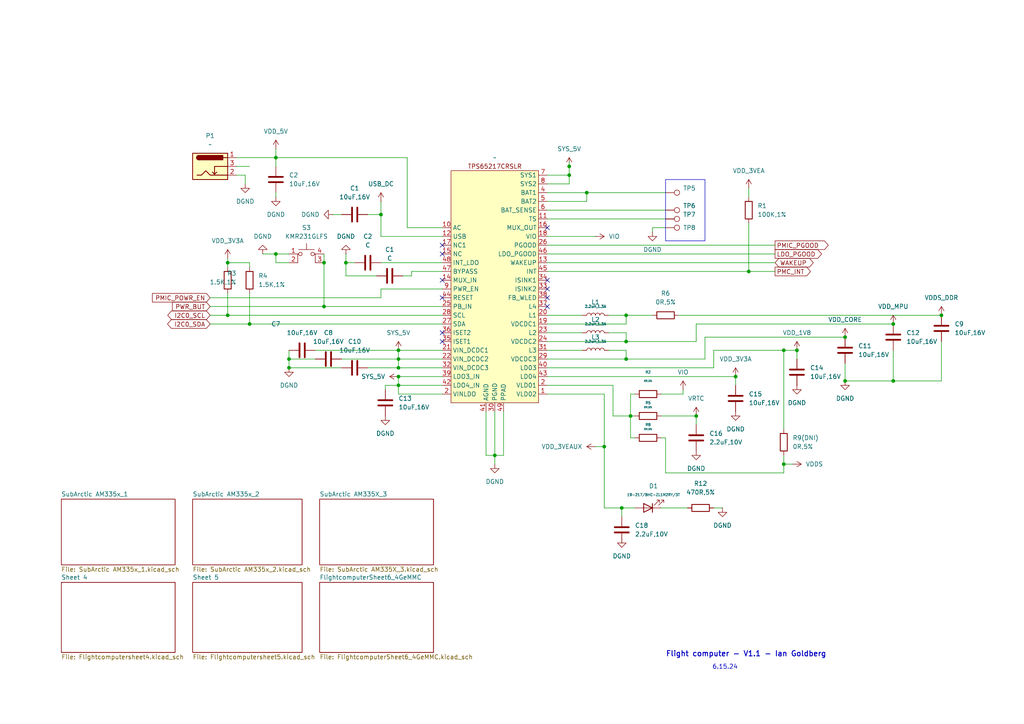
<source format=kicad_sch>
(kicad_sch (version 20231120) (generator "eeschema") (generator_version "8.0")
  (paper "A4")
  (lib_symbols
    (symbol "Connector:Barrel_Jack_Switch" (pin_names hide)
      (property "Reference" "J" (at 0 5.334 0))
      (property "Value" "Barrel_Jack_Switch" (at 0 -5.08 0))
      (symbol "Barrel_Jack_Switch_0_1"
        (rectangle (start -5.08 3.81) (end 5.08 -3.81) (stroke (width 0.254)) (fill (type background)))
        (arc (start -3.302 3.175) (mid -3.9343 2.54) (end -3.302 1.905) (stroke (width 0.254)))
        (arc (start -3.302 3.175) (mid -3.9343 2.54) (end -3.302 1.905) (stroke (width 0.254)) (fill (type outline)))
        (polyline (pts (xy 1.27 -2.286) (xy 1.905 -1.651)) (stroke (width 0.254)))
        (polyline (pts (xy 5.08 2.54) (xy 3.81 2.54)) (stroke (width 0.254)))
        (polyline (pts (xy 5.08 0) (xy 1.27 0) (xy 1.27 -2.286) (xy 0.635 -1.651)) (stroke (width 0.254)))
        (polyline (pts (xy -3.81 -2.54) (xy -2.54 -2.54) (xy -1.27 -1.27) (xy 0 -2.54) (xy 2.54 -2.54) (xy 5.08 -2.54)) (stroke (width 0.254)))
        (rectangle (start 3.683 3.175) (end -3.302 1.905) (stroke (width 0.254)) (fill (type outline)))
      )
      (symbol "Barrel_Jack_Switch_1_1"
        (pin passive line (at 7.62 2.54 180) (length 2.54) (name "~") (number "1"))
        (pin passive line (at 7.62 -2.54 180) (length 2.54) (name "~") (number "2"))
        (pin passive line (at 7.62 0 180) (length 2.54) (name "~") (number "3"))
      )
    )
    (symbol "Connector:TestPoint" (pin_numbers hide) (pin_names (offset 0.762) hide)
      (property "Reference" "TP" (at 0 6.858 0))
      (property "Value" "TestPoint" (at 0 5.08 0))
      (symbol "TestPoint_0_1"
        (circle (center 0 3.302) (radius 0.762))
      )
      (symbol "TestPoint_1_1"
        (pin passive line (at 0 0 90) (length 2.54) (name "1") (number "1"))
      )
    )
    (symbol "Device:C" (pin_numbers hide) (pin_names (offset 0.254))
      (property "Reference" "C" (at 0.635 2.54 0))
      (property "Value" "C" (at 0.635 -2.54 0))
      (symbol "C_0_1"
        (polyline (pts (xy -2.032 -0.762) (xy 2.032 -0.762)) (stroke (width 0.508)))
        (polyline (pts (xy -2.032 0.762) (xy 2.032 0.762)) (stroke (width 0.508)))
      )
      (symbol "C_1_1"
        (pin passive line (at 0 3.81 270) (length 2.794) (name "~") (number "1"))
        (pin passive line (at 0 -3.81 90) (length 2.794) (name "~") (number "2"))
      )
    )
    (symbol "Device:L" (pin_numbers hide) (pin_names (offset 1.016) hide)
      (property "Reference" "L" (at -1.27 0 90))
      (property "Value" "L" (at 1.905 0 90))
      (symbol "L_0_1"
        (arc (start 0 -2.54) (mid 0.6323 -1.905) (end 0 -1.27))
        (arc (start 0 -1.27) (mid 0.6323 -0.635) (end 0 0))
        (arc (start 0 0) (mid 0.6323 0.635) (end 0 1.27))
        (arc (start 0 1.27) (mid 0.6323 1.905) (end 0 2.54))
      )
      (symbol "L_1_1"
        (pin passive line (at 0 3.81 270) (length 1.27) (name "1") (number "1"))
        (pin passive line (at 0 -3.81 90) (length 1.27) (name "2") (number "2"))
      )
    )
    (symbol "Device:LED" (pin_numbers hide) (pin_names (offset 1.016) hide)
      (property "Reference" "D" (at 0 2.54 0))
      (property "Value" "LED" (at 0 -2.54 0))
      (symbol "LED_0_1"
        (polyline (pts (xy -1.27 -1.27) (xy -1.27 1.27)) (stroke (width 0.254)))
        (polyline (pts (xy -1.27 0) (xy 1.27 0)))
        (polyline (pts (xy 1.27 -1.27) (xy 1.27 1.27) (xy -1.27 0) (xy 1.27 -1.27)) (stroke (width 0.254)))
        (polyline (pts (xy -3.048 -0.762) (xy -4.572 -2.286) (xy -3.81 -2.286) (xy -4.572 -2.286) (xy -4.572 -1.524)))
        (polyline (pts (xy -1.778 -0.762) (xy -3.302 -2.286) (xy -2.54 -2.286) (xy -3.302 -2.286) (xy -3.302 -1.524)))
      )
      (symbol "LED_1_1"
        (pin passive line (at -3.81 0 0) (length 2.54) (name "K") (number "1"))
        (pin passive line (at 3.81 0 180) (length 2.54) (name "A") (number "2"))
      )
    )
    (symbol "Device:R" (pin_numbers hide) (pin_names (offset 0))
      (property "Reference" "R" (at 2.032 0 90))
      (property "Value" "R" (at 0 0 90))
      (symbol "R_0_1"
        (rectangle (start -1.016 -2.54) (end 1.016 2.54) (stroke (width 0.254)))
      )
      (symbol "R_1_1"
        (pin passive line (at 0 3.81 270) (length 1.27) (name "~") (number "1"))
        (pin passive line (at 0 -3.81 90) (length 1.27) (name "~") (number "2"))
      )
    )
    (symbol "Switch:SW_MEC_5E" (pin_names (offset 1.016) hide)
      (property "Reference" "SW" (at 0.635 5.715 0))
      (property "Value" "SW_MEC_5E" (at 0 -3.175 0))
      (symbol "SW_MEC_5E_0_1"
        (circle (center -1.778 2.54) (radius 0.508))
        (polyline (pts (xy -2.286 3.81) (xy 2.286 3.81)))
        (polyline (pts (xy 0 3.81) (xy 0 5.588)))
        (polyline (pts (xy -2.54 0) (xy -2.54 2.54) (xy -2.286 2.54)))
        (polyline (pts (xy 2.54 0) (xy 2.54 2.54) (xy 2.286 2.54)))
        (circle (center 1.778 2.54) (radius 0.508))
        (pin passive line (at -5.08 2.54 0) (length 2.54) (name "1") (number "1"))
        (pin passive line (at -5.08 0 0) (length 2.54) (name "2") (number "2"))
        (pin passive line (at 5.08 0 180) (length 2.54) (name "K") (number "3"))
        (pin passive line (at 5.08 2.54 180) (length 2.54) (name "A") (number "4"))
      )
    )
    (symbol "power:GND" (power) (pin_numbers hide) (pin_names (offset 0) hide)
      (property "Value" "DGND" (at 0 -5.08 0))
      (symbol "GND_0_1"
        (polyline (pts (xy 0 0) (xy 0 -1.27) (xy 1.27 -1.27) (xy 0 -2.54) (xy -1.27 -1.27) (xy 0 -1.27)))
      )
      (symbol "GND_1_1"
        (pin power_in line (at 0 0 270) (length 0) (name "~") (number "1"))
      )
    )
    (symbol "power:VCC" (power) (pin_numbers hide) (pin_names (offset 0) hide)
      (property "Value" "VCC" (at 0 3.556 0))
      (symbol "VCC_0_1"
        (polyline (pts (xy -0.762 1.27) (xy 0 2.54)))
        (polyline (pts (xy 0 0) (xy 0 2.54)))
        (polyline (pts (xy 0 2.54) (xy 0.762 1.27)))
      )
      (symbol "VCC_1_1"
        (pin power_in line (at 0 0 90) (length 0) (name "~") (number "1"))
      )
    )
    (symbol "power:VDD" (power) (pin_numbers hide) (pin_names (offset 0) hide)
      (property "Value" "VDD" (at 0 3.556 0))
      (symbol "VDD_0_1"
        (polyline (pts (xy -0.762 1.27) (xy 0 2.54)))
        (polyline (pts (xy 0 0) (xy 0 2.54)))
        (polyline (pts (xy 0 2.54) (xy 0.762 1.27)))
      )
      (symbol "VDD_1_1"
        (pin power_in line (at 0 0 90) (length 0) (name "~") (number "1"))
      )
    )
    (symbol "powermanagementchip:TPS65217CRSLR"
      (property "Reference" "U1" (at 9.525 -5.08 0))
      (property "Value" "~" (at 9.525 -6.35 0))
      (symbol "TPS65217CRSLR_1_1"
        (rectangle (start 2.54 67.31) (end 27.94 0) (fill (type color) (color 255 255 194 1)))
        (text "TPS65217CRSLR\n" (at 15.24 68.58 0) (effects (font (size 1.27 1.27))))
        (pin input line (at 30.48 2.54 180) (length 2.54) (name "VLD02") (number "1"))
        (pin input line (at 0 50.8 0) (length 2.54) (name "AC") (number "10"))
        (pin input line (at 30.48 53.34 180) (length 2.54) (name "TS") (number "11"))
        (pin input line (at 0 48.26 0) (length 2.54) (name "USB") (number "12"))
        (pin input line (at 30.48 40.64 180) (length 2.54) (name "WAKEUP") (number "13"))
        (pin input line (at 0 35.56 0) (length 2.54) (name "MUX_IN") (number "14"))
        (pin input line (at 0 43.18 0) (length 2.54) (name "NC") (number "15"))
        (pin input line (at 30.48 50.8 180) (length 2.54) (name "MUX_OUT") (number "16"))
        (pin input line (at 0 45.72 0) (length 2.54) (name "NC1") (number "17"))
        (pin input line (at 30.48 48.26 180) (length 2.54) (name "VIO") (number "18"))
        (pin input line (at 30.48 22.86 180) (length 2.54) (name "VDCDC1") (number "19"))
        (pin input line (at 0 2.54 0) (length 2.54) (name "VINLDO") (number "2"))
        (pin input line (at 30.48 5.08 180) (length 2.54) (name "VLD01") (number "2"))
        (pin input line (at 30.48 25.4 180) (length 2.54) (name "L1") (number "20"))
        (pin input line (at 0 15.24 0) (length 2.54) (name "VIN_DCDC1") (number "21"))
        (pin input line (at 0 12.7 0) (length 2.54) (name "VIN_DCDC2") (number "22"))
        (pin input line (at 30.48 20.32 180) (length 2.54) (name "L2") (number "23"))
        (pin input line (at 30.48 17.78 180) (length 2.54) (name "VDCDC2") (number "24"))
        (pin input line (at 0 27.94 0) (length 2.54) (name "PB_IN") (number "25"))
        (pin input line (at 30.48 45.72 180) (length 2.54) (name "PGOOD") (number "26"))
        (pin input line (at 0 22.86 0) (length 2.54) (name "SDA") (number "27"))
        (pin input line (at 0 25.4 0) (length 2.54) (name "SCL") (number "28"))
        (pin input line (at 30.48 12.7 180) (length 2.54) (name "VDCDC3") (number "29"))
        (pin input line (at 15.24 -2.54 90) (length 2.54) (name "PGND") (number "30"))
        (pin input line (at 30.48 15.24 180) (length 2.54) (name "L3") (number "31"))
        (pin input line (at 0 10.16 0) (length 2.54) (name "VIN_DCDC3") (number "32"))
        (pin input line (at 30.48 33.02 180) (length 2.54) (name "ISINK2") (number "33"))
        (pin input line (at 30.48 35.56 180) (length 2.54) (name "ISINK1") (number "34"))
        (pin input line (at 0 17.78 0) (length 2.54) (name "ISET1") (number "35"))
        (pin input line (at 0 20.32 0) (length 2.54) (name "ISET2") (number "36"))
        (pin input line (at 30.48 27.94 180) (length 2.54) (name "L4") (number "37"))
        (pin input line (at 30.48 30.48 180) (length 2.54) (name "FB_WLED") (number "38"))
        (pin input line (at 0 7.62 0) (length 2.54) (name "LDO3_IN") (number "39"))
        (pin input line (at 30.48 60.96 180) (length 2.54) (name "BAT1") (number "4"))
        (pin input line (at 30.48 10.16 180) (length 2.54) (name "LD03") (number "40"))
        (pin input line (at 12.7 -2.54 90) (length 2.54) (name "AGND") (number "41"))
        (pin input line (at 0 5.08 0) (length 2.54) (name "LDO4_IN") (number "42"))
        (pin input line (at 30.48 7.62 180) (length 2.54) (name "LD04") (number "43"))
        (pin input line (at 0 30.48 0) (length 2.54) (name "RESET") (number "44"))
        (pin input line (at 30.48 38.1 180) (length 2.54) (name "INT") (number "45"))
        (pin input line (at 30.48 43.18 180) (length 2.54) (name "LDO_PGOOD") (number "46"))
        (pin input line (at 0 38.1 0) (length 2.54) (name "BYPASS") (number "47"))
        (pin input line (at 0 40.64 0) (length 2.54) (name "INT_LDO") (number "48"))
        (pin input line (at 17.78 -2.54 90) (length 2.54) (name "PPAD") (number "49"))
        (pin input line (at 30.48 58.42 180) (length 2.54) (name "BAT2") (number "5"))
        (pin input line (at 30.48 55.88 180) (length 2.54) (name "BAT_SENSE") (number "6"))
        (pin input line (at 30.48 66.04 180) (length 2.54) (name "SYS1") (number "7"))
        (pin input line (at 30.48 63.5 180) (length 2.54) (name "SYS2") (number "8"))
        (pin input line (at 0 33.02 0) (length 2.54) (name "PWR_EN") (number "9"))
      )
    )
  )
  (junction (at 245.11 110.49))
  (junction (at 245.11 97.79))
  (junction (at 201.93 120.65))
  (junction (at 231.14 101.6))
  (junction (at 259.08 110.49))
  (junction (at 80.01 45.72))
  (junction (at 83.82 106.68))
  (junction (at 181.61 91.44))
  (junction (at 182.88 120.65))
  (junction (at 181.61 99.06))
  (junction (at 227.33 134.62))
  (junction (at 213.36 109.22))
  (junction (at 273.05 91.44))
  (junction (at 115.57 101.6))
  (junction (at 115.57 111.76))
  (junction (at 110.49 62.23))
  (junction (at 165.1 48.26))
  (junction (at 66.04 91.44))
  (junction (at 165.1 50.8))
  (junction (at 175.26 129.54))
  (junction (at 83.82 104.14))
  (junction (at 115.57 106.68))
  (junction (at 66.04 76.2))
  (junction (at 170.18 55.88))
  (junction (at 93.98 76.2))
  (junction (at 80.01 73.66))
  (junction (at 181.61 104.14))
  (junction (at 217.17 78.74))
  (junction (at 72.39 93.98))
  (junction (at 259.08 93.98))
  (junction (at 115.57 109.22))
  (junction (at 100.33 76.2))
  (junction (at 115.57 104.14))
  (junction (at 143.51 132.08))
  (junction (at 93.98 88.9))
  (junction (at 227.33 101.6))
  (junction (at 180.34 147.32))
  (no_connect (at 128.27 71.12))
  (no_connect (at 158.75 88.9))
  (no_connect (at 158.75 81.28))
  (no_connect (at 158.75 83.82))
  (no_connect (at 128.27 96.52))
  (no_connect (at 128.27 73.66))
  (no_connect (at 128.27 99.06))
  (no_connect (at 128.27 86.36))
  (no_connect (at 128.27 81.28))
  (no_connect (at 158.75 66.04))
  (no_connect (at 158.75 86.36))
  (wire (pts (xy 158.75 106.68) (xy 207.01 106.68)))
  (wire (pts (xy 180.34 147.32) (xy 184.15 147.32)))
  (wire (pts (xy 72.39 76.2) (xy 66.04 76.2)))
  (wire (pts (xy 111.76 111.76) (xy 111.76 113.03)))
  (wire (pts (xy 100.33 76.2) (xy 102.87 76.2)))
  (wire (pts (xy 227.33 101.6) (xy 227.33 124.46)))
  (wire (pts (xy 182.88 120.65) (xy 184.15 120.65)))
  (wire (pts (xy 259.08 110.49) (xy 273.05 110.49)))
  (wire (pts (xy 83.82 104.14) (xy 91.44 104.14)))
  (wire (pts (xy 180.34 147.32) (xy 180.34 149.86)))
  (wire (pts (xy 93.98 88.9) (xy 128.27 88.9)))
  (wire (pts (xy 181.61 91.44) (xy 189.23 91.44)))
  (wire (pts (xy 231.14 101.6) (xy 231.14 104.14)))
  (wire (pts (xy 80.01 76.2) (xy 80.01 73.66)))
  (wire (pts (xy 158.75 91.44) (xy 168.91 91.44)))
  (wire (pts (xy 158.75 78.74) (xy 217.17 78.74)))
  (wire (pts (xy 196.85 91.44) (xy 273.05 91.44)))
  (wire (pts (xy 110.49 62.23) (xy 110.49 68.58)))
  (wire (pts (xy 99.06 106.68) (xy 83.82 106.68)))
  (wire (pts (xy 158.75 104.14) (xy 181.61 104.14)))
  (wire (pts (xy 191.77 114.3) (xy 198.12 114.3)))
  (wire (pts (xy 143.51 119.38) (xy 143.51 132.08)))
  (wire (pts (xy 66.04 76.2) (xy 66.04 77.47)))
  (wire (pts (xy 191.77 120.65) (xy 201.93 120.65)))
  (wire (pts (xy 158.75 99.06) (xy 181.61 99.06)))
  (wire (pts (xy 177.8 111.76) (xy 177.8 120.65)))
  (wire (pts (xy 80.01 43.18) (xy 80.01 45.72)))
  (wire (pts (xy 83.82 76.2) (xy 80.01 76.2)))
  (wire (pts (xy 227.33 134.62) (xy 229.87 134.62)))
  (wire (pts (xy 60.96 86.36) (xy 110.49 86.36)))
  (wire (pts (xy 66.04 74.93) (xy 66.04 76.2)))
  (wire (pts (xy 181.61 104.14) (xy 204.47 104.14)))
  (wire (pts (xy 207.01 106.68) (xy 207.01 101.6)))
  (wire (pts (xy 93.98 73.66) (xy 93.98 76.2)))
  (wire (pts (xy 106.68 62.23) (xy 110.49 62.23)))
  (wire (pts (xy 165.1 50.8) (xy 165.1 53.34)))
  (wire (pts (xy 217.17 78.74) (xy 224.79 78.74)))
  (wire (pts (xy 204.47 97.79) (xy 245.11 97.79)))
  (wire (pts (xy 115.57 104.14) (xy 128.27 104.14)))
  (wire (pts (xy 170.18 55.88) (xy 193.04 55.88)))
  (wire (pts (xy 201.93 93.98) (xy 259.08 93.98)))
  (wire (pts (xy 259.08 101.6) (xy 259.08 110.49)))
  (wire (pts (xy 128.27 78.74) (xy 119.38 78.74)))
  (wire (pts (xy 146.05 119.38) (xy 146.05 132.08)))
  (wire (pts (xy 189.23 66.04) (xy 189.23 67.31)))
  (wire (pts (xy 158.75 58.42) (xy 170.18 58.42)))
  (wire (pts (xy 165.1 48.26) (xy 165.1 50.8)))
  (wire (pts (xy 273.05 99.06) (xy 273.05 110.49)))
  (wire (pts (xy 72.39 77.47) (xy 72.39 76.2)))
  (wire (pts (xy 158.75 96.52) (xy 168.91 96.52)))
  (wire (pts (xy 60.96 91.44) (xy 66.04 91.44)))
  (wire (pts (xy 106.68 106.68) (xy 115.57 106.68)))
  (wire (pts (xy 204.47 104.14) (xy 204.47 97.79)))
  (wire (pts (xy 119.38 78.74) (xy 119.38 80.01)))
  (wire (pts (xy 217.17 54.61) (xy 217.17 57.15)))
  (wire (pts (xy 201.93 120.65) (xy 201.93 123.19)))
  (wire (pts (xy 207.01 101.6) (xy 227.33 101.6)))
  (wire (pts (xy 158.75 55.88) (xy 170.18 55.88)))
  (wire (pts (xy 80.01 73.66) (xy 83.82 73.66)))
  (wire (pts (xy 128.27 66.04) (xy 118.11 66.04)))
  (wire (pts (xy 68.58 45.72) (xy 80.01 45.72)))
  (wire (pts (xy 227.33 134.62) (xy 227.33 137.16)))
  (wire (pts (xy 227.33 101.6) (xy 231.14 101.6)))
  (wire (pts (xy 245.11 105.41) (xy 245.11 110.49)))
  (wire (pts (xy 165.1 46.99) (xy 165.1 48.26)))
  (wire (pts (xy 72.39 85.09) (xy 72.39 93.98)))
  (wire (pts (xy 217.17 64.77) (xy 217.17 78.74)))
  (wire (pts (xy 158.75 53.34) (xy 165.1 53.34)))
  (wire (pts (xy 115.57 104.14) (xy 115.57 106.68)))
  (wire (pts (xy 110.49 83.82) (xy 128.27 83.82)))
  (wire (pts (xy 115.57 109.22) (xy 115.57 111.76)))
  (wire (pts (xy 207.01 147.32) (xy 209.55 147.32)))
  (wire (pts (xy 158.75 68.58) (xy 172.72 68.58)))
  (wire (pts (xy 181.61 99.06) (xy 201.93 99.06)))
  (wire (pts (xy 245.11 110.49) (xy 259.08 110.49)))
  (wire (pts (xy 176.53 91.44) (xy 181.61 91.44)))
  (wire (pts (xy 109.22 80.01) (xy 100.33 80.01)))
  (wire (pts (xy 158.75 60.96) (xy 193.04 60.96)))
  (wire (pts (xy 158.75 76.2) (xy 224.79 76.2)))
  (wire (pts (xy 180.34 157.48) (xy 180.34 156.21)))
  (wire (pts (xy 115.57 106.68) (xy 128.27 106.68)))
  (wire (pts (xy 198.12 113.03) (xy 198.12 114.3)))
  (wire (pts (xy 181.61 99.06) (xy 181.61 96.52)))
  (wire (pts (xy 93.98 76.2) (xy 93.98 88.9)))
  (wire (pts (xy 175.26 129.54) (xy 175.26 147.32)))
  (wire (pts (xy 193.04 66.04) (xy 189.23 66.04)))
  (wire (pts (xy 158.75 109.22) (xy 213.36 109.22)))
  (wire (pts (xy 83.82 101.6) (xy 83.82 104.14)))
  (wire (pts (xy 128.27 68.58) (xy 110.49 68.58)))
  (wire (pts (xy 72.39 93.98) (xy 128.27 93.98)))
  (wire (pts (xy 60.96 88.9) (xy 93.98 88.9)))
  (wire (pts (xy 181.61 104.14) (xy 181.61 101.6)))
  (wire (pts (xy 118.11 45.72) (xy 80.01 45.72)))
  (wire (pts (xy 213.36 109.22) (xy 213.36 111.76)))
  (wire (pts (xy 176.53 96.52) (xy 181.61 96.52)))
  (wire (pts (xy 175.26 114.3) (xy 175.26 129.54)))
  (wire (pts (xy 175.26 147.32) (xy 180.34 147.32)))
  (wire (pts (xy 110.49 76.2) (xy 128.27 76.2)))
  (wire (pts (xy 227.33 132.08) (xy 227.33 134.62)))
  (wire (pts (xy 158.75 101.6) (xy 168.91 101.6)))
  (wire (pts (xy 60.96 93.98) (xy 72.39 93.98)))
  (wire (pts (xy 110.49 58.42) (xy 110.49 62.23)))
  (wire (pts (xy 83.82 104.14) (xy 83.82 106.68)))
  (wire (pts (xy 115.57 114.3) (xy 128.27 114.3)))
  (wire (pts (xy 182.88 114.3) (xy 184.15 114.3)))
  (wire (pts (xy 115.57 101.6) (xy 128.27 101.6)))
  (wire (pts (xy 182.88 127) (xy 182.88 120.65)))
  (wire (pts (xy 191.77 147.32) (xy 199.39 147.32)))
  (wire (pts (xy 140.97 132.08) (xy 140.97 119.38)))
  (wire (pts (xy 115.57 101.6) (xy 115.57 104.14)))
  (wire (pts (xy 99.06 104.14) (xy 115.57 104.14)))
  (wire (pts (xy 158.75 71.12) (xy 224.79 71.12)))
  (wire (pts (xy 158.75 111.76) (xy 177.8 111.76)))
  (wire (pts (xy 110.49 86.36) (xy 110.49 83.82)))
  (wire (pts (xy 201.93 99.06) (xy 201.93 93.98)))
  (wire (pts (xy 177.8 120.65) (xy 182.88 120.65)))
  (wire (pts (xy 66.04 85.09) (xy 66.04 91.44)))
  (wire (pts (xy 116.84 80.01) (xy 119.38 80.01)))
  (wire (pts (xy 193.04 127) (xy 193.04 137.16)))
  (wire (pts (xy 115.57 111.76) (xy 111.76 111.76)))
  (wire (pts (xy 71.12 50.8) (xy 71.12 53.34)))
  (wire (pts (xy 100.33 73.66) (xy 100.33 76.2)))
  (wire (pts (xy 118.11 66.04) (xy 118.11 45.72)))
  (wire (pts (xy 115.57 111.76) (xy 128.27 111.76)))
  (wire (pts (xy 158.75 93.98) (xy 181.61 93.98)))
  (wire (pts (xy 115.57 111.76) (xy 115.57 114.3)))
  (wire (pts (xy 80.01 45.72) (xy 80.01 48.26)))
  (wire (pts (xy 100.33 80.01) (xy 100.33 76.2)))
  (wire (pts (xy 80.01 55.88) (xy 80.01 57.15)))
  (wire (pts (xy 68.58 50.8) (xy 71.12 50.8)))
  (wire (pts (xy 193.04 127) (xy 191.77 127)))
  (wire (pts (xy 182.88 120.65) (xy 182.88 114.3)))
  (wire (pts (xy 181.61 93.98) (xy 181.61 91.44)))
  (wire (pts (xy 193.04 137.16) (xy 227.33 137.16)))
  (wire (pts (xy 176.53 101.6) (xy 181.61 101.6)))
  (wire (pts (xy 158.75 50.8) (xy 165.1 50.8)))
  (wire (pts (xy 76.2 73.66) (xy 80.01 73.66)))
  (wire (pts (xy 146.05 132.08) (xy 143.51 132.08)))
  (wire (pts (xy 158.75 114.3) (xy 175.26 114.3)))
  (wire (pts (xy 115.57 109.22) (xy 128.27 109.22)))
  (wire (pts (xy 172.72 129.54) (xy 175.26 129.54)))
  (wire (pts (xy 143.51 132.08) (xy 143.51 134.62)))
  (wire (pts (xy 91.44 101.6) (xy 115.57 101.6)))
  (wire (pts (xy 158.75 73.66) (xy 224.79 73.66)))
  (wire (pts (xy 170.18 58.42) (xy 170.18 55.88)))
  (wire (pts (xy 158.75 63.5) (xy 193.04 63.5)))
  (wire (pts (xy 66.04 91.44) (xy 128.27 91.44)))
  (wire (pts (xy 68.58 48.26) (xy 72.39 48.26)))
  (wire (pts (xy 182.88 127) (xy 184.15 127)))
  (wire (pts (xy 96.52 62.23) (xy 99.06 62.23)))
  (wire (pts (xy 140.97 132.08) (xy 143.51 132.08)))
  (rectangle (start 193.04 52.07) (end 204.47 69.85))
  (text "Flight computer - V1.1 - Ian Goldberg\n\n" (at 216.408 191.008 0) (effects (font (size 1.524 1.524) (thickness 0.254) (bold yes))))
  (text "6.15.24\n" (at 210.312 193.548 0) (effects (font (size 1.27 1.27))))
  (global_label "PWR_BUT" (shape input) (at 60.96 88.9 180) (property "Intersheetrefs" "${INTERSHEET_REFS}" (effects (hide yes))))
  (global_label "I2C0_SCL" (shape bidirectional) (at 60.96 91.44 180) (property "Intersheetrefs" "${INTERSHEET_REFS}" (effects (hide yes))))
  (global_label "LDO_PGOOD" (shape output) (at 224.79 73.66 0) (property "Intersheetrefs" "${INTERSHEET_REFS}" (effects (hide yes))))
  (global_label "PMIC_PGOOD " (shape output) (at 224.79 71.12 0) (property "Intersheetrefs" "${INTERSHEET_REFS}" (effects (hide yes))))
  (global_label "PMIC_POWR_EN" (shape input) (at 60.96 86.36 180) (property "Intersheetrefs" "${INTERSHEET_REFS}" (effects (hide yes))))
  (global_label "I2C0_SDA" (shape bidirectional) (at 60.96 93.98 180) (property "Intersheetrefs" "${INTERSHEET_REFS}" (effects (hide yes))))
  (global_label "PMC_INT" (shape output) (at 224.79 78.74 0) (property "Intersheetrefs" "${INTERSHEET_REFS}" (effects (hide yes))))
  (global_label "WAKEUP" (shape bidirectional) (at 224.79 76.2 0) (property "Intersheetrefs" "${INTERSHEET_REFS}" (effects (hide yes))))
  (symbol (lib_id "Device:C") (at 87.63 101.6 90) (unit 1)
    (property "Reference" "C7" (at 80.01 93.98 90))
    (property "Value" "10uF,16V" (at 87.63 96.52 90))
    (property "Description" "Unpolarized capacitor" (effects (hide yes)))
  )
  (symbol (lib_id "power:VDD") (at 115.57 109.22 90) (unit 1)
    (property "Reference" "#PWR018" (effects (hide yes)))
    (property "Value" "SYS_5V" (at 111.76 109.2199 90) (effects (justify left)))
    (property "Description" "Power symbol creates a global label with name \"VDD\"" (effects (hide yes)))
  )
  (symbol (lib_id "power:GND") (at 201.93 130.81 0) (unit 1)
    (property "Reference" "#PWR08" (effects (hide yes)))
    (property "Value" "DGND" (at 201.93 135.89 0))
    (property "Description" "Power symbol creates a global label with name \"GND\" , ground" (effects (hide yes)))
  )
  (symbol (lib_id "power:VCC") (at 172.72 68.58 270) (unit 1)
    (property "Reference" "#PWR04" (effects (hide yes)))
    (property "Value" "VIO" (at 176.53 68.5799 90) (effects (justify left)))
    (property "Description" "Power symbol creates a global label with name \"VCC\"" (effects (hide yes)))
  )
  (symbol (lib_id "power:VCC") (at 201.93 120.65 0) (unit 1)
    (property "Reference" "#PWR07" (effects (hide yes)))
    (property "Value" "VRTC" (at 201.93 115.57 0))
    (property "Description" "Power symbol creates a global label with name \"VCC\"" (effects (hide yes)))
  )
  (symbol (lib_id "Device:C") (at 111.76 116.84 0) (unit 1)
    (property "Reference" "C13" (at 115.57 115.5699 0) (effects (justify left)))
    (property "Value" "10uF,16V" (at 115.57 118.1099 0) (effects (justify left)))
    (property "Description" "Unpolarized capacitor" (effects (hide yes)))
  )
  (symbol (lib_id "power:VDD") (at 217.17 54.61 0) (unit 1)
    (property "Reference" "#PWR05" (effects (hide yes)))
    (property "Value" "VDD_3VEA" (at 217.17 49.53 0))
    (property "Description" "Power symbol creates a global label with name \"VDD\"" (effects (hide yes)))
  )
  (symbol (lib_id "Device:R") (at 187.96 127 90) (unit 1)
    (property "Reference" "R8" (at 187.96 123.19 90) (effects (font (size 0.762 0.762))))
    (property "Value" "0R,5%" (at 187.96 124.46 90) (effects (font (size 0.508 0.508))))
    (property "Description" "Resistor" (effects (hide yes)))
  )
  (symbol (lib_id "power:VCC") (at 213.36 109.22 0) (unit 1)
    (property "Reference" "#PWR09" (effects (hide yes)))
    (property "Value" "VDD_3V3A" (at 213.36 104.14 0))
    (property "Description" "Power symbol creates a global label with name \"VCC\"" (effects (hide yes)))
  )
  (symbol (lib_id "power:GND") (at 189.23 67.31 0) (unit 1)
    (property "Reference" "#PWR03" (effects (hide yes)))
    (property "Value" "DGND" (at 189.23 72.39 0))
    (property "Description" "Power symbol creates a global label with name \"GND\" , ground" (effects (hide yes)))
  )
  (symbol (lib_id "Connector:TestPoint") (at 193.04 55.88 270) (unit 1)
    (property "Reference" "TP5" (at 198.12 54.6099 90) (effects (justify left)))
    (property "Value" "TestPoint" (effects (hide yes)))
    (property "Description" "test point" (effects (hide yes)))
  )
  (symbol (lib_id "Device:R") (at 66.04 81.28 0) (unit 1)
    (property "Reference" "R3" (at 68.58 80.0099 0) (effects (justify right bottom)))
    (property "Value" "1.5K,1%" (at 68.58 82.5499 0) (effects (justify right bottom)))
    (property "Description" "Resistor" (effects (hide yes)))
  )
  (symbol (lib_id "power:GND") (at 80.01 57.15 0) (unit 1)
    (property "Reference" "#PWR028" (effects (hide yes)))
    (property "Value" "DGND" (at 80.01 62.23 0))
    (property "Description" "Power symbol creates a global label with name \"GND\" , ground" (effects (hide yes)))
  )
  (symbol (lib_id "Device:C") (at 80.01 52.07 180) (unit 1)
    (property "Reference" "C2" (at 83.82 50.7999 0) (effects (justify right)))
    (property "Value" "10uF,16V" (at 83.82 53.3399 0) (effects (justify right)))
    (property "Description" "Unpolarized capacitor" (effects (hide yes)))
  )
  (symbol (lib_id "Device:C") (at 113.03 80.01 90) (unit 1)
    (property "Reference" "C1" (at 113.03 72.39 90))
    (property "Value" "C" (at 113.03 74.93 90))
    (property "Description" "Unpolarized capacitor" (effects (hide yes)))
  )
  (symbol (lib_id "power:VDD") (at 172.72 129.54 90) (unit 1)
    (property "Reference" "#PWR030" (effects (hide yes)))
    (property "Value" "VDD_3VEAUX" (at 168.91 129.5399 90) (effects (justify left)))
    (property "Description" "Power symbol creates a global label with name \"VDD\"" (effects (hide yes)))
  )
  (symbol (lib_id "Device:C") (at 213.36 115.57 0) (unit 1)
    (property "Reference" "C15" (at 217.17 114.2999 0) (effects (justify left)))
    (property "Value" "10uF,16V" (at 217.17 116.8399 0) (effects (justify left)))
    (property "Description" "Unpolarized capacitor" (effects (hide yes)))
  )
  (symbol (lib_id "powermanagementchip:TPS65217CRSLR") (at 128.27 116.84 0) (unit 1)
    (property "Reference" "U1" (effects (hide yes)))
    (property "Value" "~" (at 143.51 45.72 0))
  )
  (symbol (lib_id "power:VCC") (at 165.1 48.26 0) (unit 1)
    (property "Reference" "#PWR02" (effects (hide yes)))
    (property "Value" "SYS_5V" (at 165.1 43.18 0))
    (property "Description" "Power symbol creates a global label with name \"VCC\"" (effects (hide yes)))
  )
  (symbol (lib_id "power:VDD") (at 66.04 74.93 0) (unit 1)
    (property "Reference" "#PWR023" (effects (hide yes)))
    (property "Value" "VDD_3V3A" (at 66.04 69.85 0))
    (property "Description" "Power symbol creates a global label with name \"VDD\"" (effects (hide yes)))
  )
  (symbol (lib_id "Device:R") (at 203.2 147.32 270) (unit 1)
    (property "Reference" "R12" (at 203.2 140.97 90) (effects (justify bottom)))
    (property "Value" "470R,5%" (at 203.2 143.51 90) (effects (justify bottom)))
    (property "Description" "Resistor" (effects (hide yes)))
  )
  (symbol (lib_id "Connector:Barrel_Jack_Switch") (at 60.96 48.26 0) (unit 1)
    (property "Reference" "P1" (at 60.96 39.37 0))
    (property "Value" "~" (at 60.96 41.91 0))
    (property "Description" "DC Barrel Jack with an internal switch" (effects (hide yes)))
  )
  (symbol (lib_id "power:GND") (at 111.76 120.65 0) (unit 1)
    (property "Reference" "#PWR019" (effects (hide yes)))
    (property "Value" "DGND" (at 111.76 125.73 0))
    (property "Description" "Power symbol creates a global label with name \"GND\" , ground" (effects (hide yes)))
  )
  (symbol (lib_id "power:VCC") (at 231.14 101.6 0) (unit 1)
    (property "Reference" "#PWR011" (effects (hide yes)))
    (property "Value" "VDD_1V8" (at 231.14 96.52 0))
    (property "Description" "Power symbol creates a global label with name \"VCC\"" (effects (hide yes)))
  )
  (symbol (lib_id "Connector:TestPoint") (at 193.04 63.5 270) (unit 1)
    (property "Reference" "TP7" (at 198.12 62.2299 90) (effects (justify left)))
    (property "Value" "TestPoint" (effects (hide yes)))
    (property "Description" "test point" (effects (hide yes)))
  )
  (symbol (lib_id "Device:L") (at 172.72 101.6 90) (unit 1)
    (property "Reference" "L3" (at 172.72 97.79 90))
    (property "Value" "2.2uH,1.3A" (at 172.72 99.06 90) (effects (font (size 0.762 0.762))))
    (property "Description" "Inductor" (effects (hide yes)))
  )
  (symbol (lib_id "power:GND") (at 71.12 53.34 0) (unit 1)
    (property "Reference" "#PWR029" (effects (hide yes)))
    (property "Value" "DGND" (at 71.12 58.42 0))
    (property "Description" "Power symbol creates a global label with name \"GND\" , ground" (effects (hide yes)))
  )
  (symbol (lib_id "Device:R") (at 193.04 91.44 90) (unit 1)
    (property "Reference" "R6" (at 193.04 85.09 90))
    (property "Value" "0R,5%" (at 193.04 87.63 90))
    (property "Description" "Resistor" (effects (hide yes)))
  )
  (symbol (lib_id "power:GND") (at 143.51 134.62 0) (unit 1)
    (property "Reference" "#PWR01" (effects (hide yes)))
    (property "Value" "DGND" (at 143.51 139.7 0))
    (property "Description" "Power symbol creates a global label with name \"GND\" , ground" (effects (hide yes)))
  )
  (symbol (lib_id "Device:C") (at 259.08 97.79 0) (unit 1)
    (property "Reference" "C12" (at 262.89 96.5199 0) (effects (justify left)))
    (property "Value" "10uF,16V" (at 262.89 99.0599 0) (effects (justify left)))
    (property "Description" "Unpolarized capacitor" (effects (hide yes)))
  )
  (symbol (lib_id "Device:C") (at 245.11 101.6 0) (unit 1)
    (property "Reference" "C11" (at 248.92 100.3299 0) (effects (justify left)))
    (property "Value" "10uF,16V" (at 248.92 102.8699 0) (effects (justify left)))
    (property "Description" "Unpolarized capacitor" (effects (hide yes)))
  )
  (symbol (lib_id "Device:C") (at 273.05 95.25 0) (unit 1)
    (property "Reference" "C9" (at 276.86 93.9799 0) (effects (justify left)))
    (property "Value" "10uF,16V" (at 276.86 96.5199 0) (effects (justify left)))
    (property "Description" "Unpolarized capacitor" (effects (hide yes)))
  )
  (symbol (lib_id "Device:R") (at 217.17 60.96 0) (unit 1)
    (property "Reference" "R1" (at 219.71 59.6899 0) (effects (justify left)))
    (property "Value" "100K,1%" (at 219.71 62.2299 0) (effects (justify left)))
    (property "Description" "Resistor" (effects (hide yes)))
  )
  (symbol (lib_id "Device:C") (at 231.14 107.95 0) (unit 1)
    (property "Reference" "C14" (at 234.95 106.6799 0) (effects (justify left)))
    (property "Value" "10uF,16V" (at 234.95 109.2199 0) (effects (justify left)))
    (property "Description" "Unpolarized capacitor" (effects (hide yes)))
  )
  (symbol (lib_id "Connector:TestPoint") (at 193.04 66.04 270) (unit 1)
    (property "Reference" "TP8" (at 198.12 66.0399 90) (effects (justify left)))
    (property "Value" "TestPoint" (effects (hide yes)))
    (property "Description" "test point" (effects (hide yes)))
  )
  (symbol (lib_id "Switch:SW_MEC_5E") (at 88.9 76.2 0) (unit 1)
    (property "Reference" "S3" (at 88.9 66.04 0))
    (property "Value" "KMR231GLFS" (at 88.9 68.58 0))
    (property "Datasheet" "http://www.apem.com/int/index.php?controller=attachment&id_attachment=1371" (effects (hide yes)))
    (property "Description" "MEC 5E single pole normally-open tactile switch" (effects (hide yes)))
  )
  (symbol (lib_id "Device:C") (at 102.87 62.23 90) (unit 1)
    (property "Reference" "C1" (at 102.87 54.61 90))
    (property "Value" "10uF,16V" (at 102.87 57.15 90))
    (property "Description" "Unpolarized capacitor" (effects (hide yes)))
  )
  (symbol (lib_id "power:GND") (at 209.55 147.32 0) (unit 1)
    (property "Reference" "#PWR032" (effects (hide yes)))
    (property "Value" "DGND" (at 209.55 152.4 0))
    (property "Description" "Power symbol creates a global label with name \"GND\" , ground" (effects (hide yes)))
  )
  (symbol (lib_id "power:VCC") (at 273.05 91.44 0) (unit 1)
    (property "Reference" "#PWR016" (effects (hide yes)))
    (property "Value" "VDDS_DDR" (at 273.05 86.36 0))
    (property "Description" "Power symbol creates a global label with name \"VCC\"" (effects (hide yes)))
  )
  (symbol (lib_id "Device:C") (at 201.93 127 0) (unit 1)
    (property "Reference" "C16" (at 205.74 125.7299 0) (effects (justify left)))
    (property "Value" "2.2uF,10V" (at 205.74 128.2699 0) (effects (justify left)))
    (property "Description" "Unpolarized capacitor" (effects (hide yes)))
  )
  (symbol (lib_id "Connector:TestPoint") (at 193.04 60.96 270) (unit 1)
    (property "Reference" "TP6" (at 198.12 59.6899 90) (effects (justify left)))
    (property "Value" "TestPoint" (effects (hide yes)))
    (property "Description" "test point" (effects (hide yes)))
  )
  (symbol (lib_id "power:GND") (at 96.52 62.23 270) (unit 1)
    (property "Reference" "#PWR026" (effects (hide yes)))
    (property "Value" "DGND" (at 92.71 62.2299 90) (effects (justify right)))
    (property "Description" "Power symbol creates a global label with name \"GND\" , ground" (effects (hide yes)))
  )
  (symbol (lib_id "Device:R") (at 187.96 114.3 90) (unit 1)
    (property "Reference" "R2" (at 187.96 107.95 90) (effects (font (size 0.762 0.762))))
    (property "Value" "0R,5%" (at 187.96 110.49 90) (effects (font (size 0.508 0.508))))
    (property "Description" "Resistor" (effects (hide yes)))
  )
  (symbol (lib_id "power:VCC") (at 198.12 113.03 0) (unit 1)
    (property "Reference" "#PWR06" (effects (hide yes)))
    (property "Value" "VIO" (at 198.12 107.95 0))
    (property "Description" "Power symbol creates a global label with name \"VCC\"" (effects (hide yes)))
  )
  (symbol (lib_id "power:GND") (at 76.2 73.66 180) (unit 1)
    (property "Reference" "#PWR022" (effects (hide yes)))
    (property "Value" "DGND" (at 76.2 68.58 0))
    (property "Description" "Power symbol creates a global label with name \"GND\" , ground" (effects (hide yes)))
  )
  (symbol (lib_id "Device:R") (at 187.96 120.65 90) (unit 1)
    (property "Reference" "R5" (at 187.96 116.84 90) (effects (font (size 0.762 0.762))))
    (property "Value" "0R,5%" (at 187.96 118.11 90) (effects (font (size 0.508 0.508))))
    (property "Description" "Resistor" (effects (hide yes)))
  )
  (symbol (lib_id "power:GND") (at 245.11 110.49 0) (unit 1)
    (property "Reference" "#PWR017" (effects (hide yes)))
    (property "Value" "DGND" (at 245.11 115.57 0))
    (property "Description" "Power symbol creates a global label with name \"GND\" , ground" (effects (hide yes)))
  )
  (symbol (lib_id "Device:L") (at 172.72 96.52 90) (unit 1)
    (property "Reference" "L2" (at 172.72 92.71 90))
    (property "Value" "2.2uH,1.3A" (at 172.72 93.98 90) (effects (font (size 0.762 0.762))))
    (property "Description" "Inductor" (effects (hide yes)))
  )
  (symbol (lib_id "power:VCC") (at 245.11 97.79 0) (unit 1)
    (property "Reference" "#PWR014" (effects (hide yes)))
    (property "Value" "VDD_CORE" (at 245.11 92.71 0))
    (property "Description" "Power symbol creates a global label with name \"VCC\"" (effects (hide yes)))
  )
  (symbol (lib_id "power:VDD") (at 115.57 101.6 0) (unit 1)
    (property "Reference" "#PWR020" (effects (hide yes)))
    (property "Value" "SYS_5V" (at 115.57 96.52 0))
    (property "Description" "Power symbol creates a global label with name \"VDD\"" (effects (hide yes)))
  )
  (symbol (lib_id "Device:C") (at 102.87 106.68 270) (unit 1)
    (property "Reference" "C10" (at 102.87 99.06 90))
    (property "Value" "10uF,16V" (at 102.87 101.6 90))
    (property "Description" "Unpolarized capacitor" (effects (hide yes)))
  )
  (symbol (lib_id "Device:LED") (at 187.96 147.32 180) (unit 1)
    (property "Reference" "D1" (at 189.5475 140.97 0))
    (property "Value" "19-217/BHC-ZL1M2RY/3T" (at 189.5475 143.51 0) (effects (font (size 0.7366 0.7366))))
    (property "Description" "Light emitting diode" (effects (hide yes)))
  )
  (symbol (lib_id "Device:R") (at 227.33 128.27 0) (unit 1)
    (property "Reference" "R9(DNI)" (at 229.87 126.9999 0) (effects (justify left)))
    (property "Value" "0R,5%" (at 229.87 129.5399 0) (effects (justify left)))
    (property "Description" "Resistor" (effects (hide yes)))
  )
  (symbol (lib_id "power:GND") (at 100.33 73.66 180) (unit 1)
    (property "Reference" "#PWR024" (effects (hide yes)))
    (property "Value" "DGND" (at 100.33 68.58 0))
    (property "Description" "Power symbol creates a global label with name \"GND\" , ground" (effects (hide yes)))
  )
  (symbol (lib_id "power:GND") (at 231.14 111.76 0) (unit 1)
    (property "Reference" "#PWR012" (effects (hide yes)))
    (property "Value" "DGND" (at 231.14 116.84 0))
    (property "Description" "Power symbol creates a global label with name \"GND\" , ground" (effects (hide yes)))
  )
  (symbol (lib_id "Device:C") (at 106.68 76.2 90) (unit 1)
    (property "Reference" "C2" (at 106.68 68.58 90))
    (property "Value" "C" (at 106.68 71.12 90))
    (property "Description" "Unpolarized capacitor" (effects (hide yes)))
  )
  (symbol (lib_id "Device:C") (at 180.34 153.67 0) (unit 1)
    (property "Reference" "C18" (at 184.15 152.3999 0) (effects (justify left)))
    (property "Value" "2.2uF,10V" (at 184.15 154.9399 0) (effects (justify left)))
    (property "Description" "Unpolarized capacitor" (effects (hide yes)))
  )
  (symbol (lib_id "power:GND") (at 180.34 156.21 0) (unit 1)
    (property "Reference" "#PWR031" (effects (hide yes)))
    (property "Value" "DGND" (at 180.34 161.29 0))
    (property "Description" "Power symbol creates a global label with name \"GND\" , ground" (effects (hide yes)))
  )
  (symbol (lib_id "power:GND") (at 83.82 106.68 0) (unit 1)
    (property "Reference" "#PWR021" (effects (hide yes)))
    (property "Value" "DGND" (at 83.82 111.76 0))
    (property "Description" "Power symbol creates a global label with name \"GND\" , ground" (effects (hide yes)))
  )
  (symbol (lib_id "Device:C") (at 95.25 104.14 90) (unit 1)
    (property "Reference" "C8" (at 95.25 96.52 90))
    (property "Value" "10uF,16V" (at 95.25 99.06 90))
    (property "Description" "Unpolarized capacitor" (effects (hide yes)))
  )
  (symbol (lib_id "Device:R") (at 72.39 81.28 0) (unit 1)
    (property "Reference" "R4" (at 74.93 80.0099 0) (effects (justify left)))
    (property "Value" "1.5K,1%" (at 74.93 82.5499 0) (effects (justify left)))
    (property "Description" "Resistor" (effects (hide yes)))
  )
  (symbol (lib_id "power:VDD") (at 110.49 58.42 0) (unit 1)
    (property "Reference" "#PWR025" (effects (hide yes)))
    (property "Value" "USB_DC" (at 110.49 53.34 0))
    (property "Description" "Power symbol creates a global label with name \"VDD\"" (effects (hide yes)))
  )
  (symbol (lib_id "power:VCC") (at 229.87 134.62 270) (unit 1)
    (property "Reference" "#PWR013" (effects (hide yes)))
    (property "Value" "VDDS" (at 233.68 134.6199 90) (effects (justify left)))
    (property "Description" "Power symbol creates a global label with name \"VCC\"" (effects (hide yes)))
  )
  (symbol (lib_id "power:VCC") (at 259.08 93.98 0) (unit 1)
    (property "Reference" "#PWR015" (effects (hide yes)))
    (property "Value" "VDD_MPU" (at 259.08 88.9 0))
    (property "Description" "Power symbol creates a global label with name \"VCC\"" (effects (hide yes)))
  )
  (symbol (lib_id "power:VDD") (at 80.01 43.18 0) (unit 1)
    (property "Reference" "#PWR027" (effects (hide yes)))
    (property "Value" "VDD_5V" (at 80.01 38.1 0))
    (property "Description" "Power symbol creates a global label with name \"VDD\"" (effects (hide yes)))
  )
  (symbol (lib_id "power:GND") (at 213.36 119.38 0) (unit 1)
    (property "Reference" "#PWR010" (effects (hide yes)))
    (property "Value" "DGND" (at 213.36 124.46 0))
    (property "Description" "Power symbol creates a global label with name \"GND\" , ground" (effects (hide yes)))
  )
  (symbol (lib_id "Device:L") (at 172.72 91.44 90) (unit 1)
    (property "Reference" "L1" (at 172.72 87.63 90))
    (property "Value" "2.2uH,1.3A" (at 172.72 88.9 90) (effects (font (size 0.762 0.762))))
    (property "Description" "Inductor" (effects (hide yes)))
  )
  (sheet (at 92.71 144.78) (size 33.02 19.05) (stroke (width 0.1524))
    (property "Sheetname" "SubArctic AM335X_3" (at 92.71 144.0684 0) (effects (justify left bottom)))
    (property "Sheetfile" "SubArctic AM335X_3.kicad_sch" (at 92.71 164.4146 0) (effects (justify left top)))
  )
  (sheet (at 17.78 168.91) (size 33.02 20.32) (stroke (width 0.1524))
    (property "Sheetname" "Sheet 4" (at 17.78 168.1984 0) (effects (justify left bottom)))
    (property "Sheetfile" "Flightcomputersheet4.kicad_sch" (at 17.78 189.8146 0) (effects (justify left top)))
  )
  (sheet (at 92.71 168.91) (size 33.02 20.32) (stroke (width 0.1524))
    (property "Sheetname" "FlightcomputerSheet6_4GeMMC" (at 92.71 168.1984 0) (effects (justify left bottom)))
    (property "Sheetfile" "FlightcomputerSheet6_4GeMMC.kicad_sch" (at 92.71 189.8146 0) (effects (justify left top)))
  )
  (sheet (at 55.88 168.91) (size 31.75 20.32) (stroke (width 0.1524))
    (property "Sheetname" "Sheet 5" (at 55.88 168.1984 0) (effects (justify left bottom)))
    (property "Sheetfile" "Flightcomputersheet5.kicad_sch" (at 55.88 189.8146 0) (effects (justify left top)))
  )
  (sheet (at 17.78 144.78) (size 33.02 19.05) (stroke (width 0.1524))
    (property "Sheetname" "SubArctic AM335x_1" (at 17.78 144.0684 0) (effects (justify left bottom)))
    (property "Sheetfile" "SubArctic AM335x_1.kicad_sch" (at 17.78 164.4146 0) (effects (justify left top)))
  )
  (sheet (at 55.88 144.78) (size 31.75 19.05) (stroke (width 0.1524))
    (property "Sheetname" "SubArctic AM335x_2" (at 55.88 144.0684 0) (effects (justify left bottom)))
    (property "Sheetfile" "SubArctic AM335x_2.kicad_sch" (at 55.88 164.4146 0) (effects (justify left top)))
  )
)
</source>
